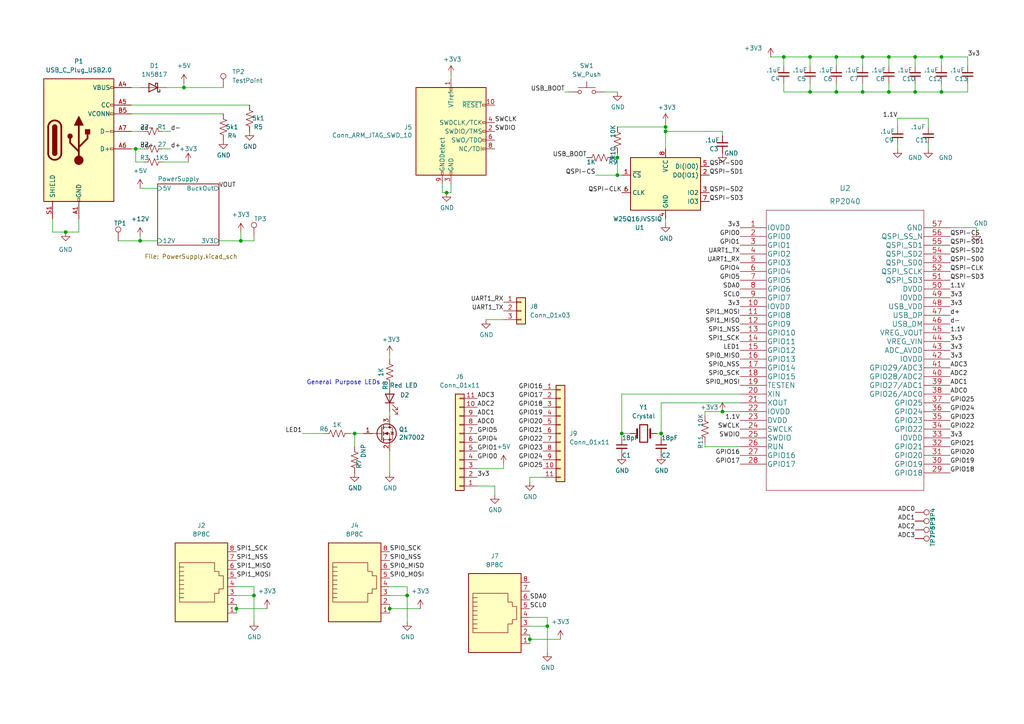
<source format=kicad_sch>
(kicad_sch (version 20211123) (generator eeschema)
  (paper "A4")
  (lib_symbols
    (symbol "Connector:8P8C" (pin_names (offset 1.016))
      (property "Reference" "J" (at -5.08 13.97 0))
      (property "Value" "8P8C" (at 2.54 13.97 0))
      (symbol "8P8C_1_1"
        (pin passive line (at 10.16 -7.62 180) (length 2.54) (name "~") (number "1"))
        (pin passive line (at 10.16 -5.08 180) (length 2.54) (name "~") (number "2"))
        (pin passive line (at 10.16 -2.54 180) (length 2.54) (name "~") (number "3"))
        (pin passive line (at 10.16 0 180) (length 2.54) (name "~") (number "4"))
        (pin passive line (at 10.16 2.54 180) (length 2.54) (name "~") (number "5"))
        (pin passive line (at 10.16 5.08 180) (length 2.54) (name "~") (number "6"))
        (pin passive line (at 10.16 7.62 180) (length 2.54) (name "~") (number "7"))
        (pin passive line (at 10.16 10.16 180) (length 2.54) (name "~") (number "8"))
      )
    )
    (symbol "Connector:Conn_ARM_JTAG_SWD_10" (pin_names (offset 1.016))
      (property "Reference" "J" (at -2.54 16.51 0))
      (property "Value" "Conn_ARM_JTAG_SWD_10" (at -2.54 13.97 0))
      (symbol "Conn_ARM_JTAG_SWD_10_1_1"
        (pin power_in line (at 0 15.24 270) (length 2.54) (name "VTref") (number "1"))
        (pin open_collector line (at 12.7 7.62 180) (length 2.54) (name "~{RESET}") (number "10"))
        (pin bidirectional line (at 12.7 0 180) (length 2.54) (name "SWDIO/TMS") (number "2"))
        (pin power_in line (at 0 -15.24 90) (length 2.54) (name "GND") (number "3"))
        (pin output line (at 12.7 2.54 180) (length 2.54) (name "SWDCLK/TCK") (number "4"))
        (pin passive line (at 0 -15.24 90) (length 2.54) hide (name "GND") (number "5"))
        (pin input line (at 12.7 -2.54 180) (length 2.54) (name "SWO/TDO") (number "6"))
        (pin no_connect line (at -10.16 0 0) (length 2.54) hide (name "KEY") (number "7"))
        (pin output line (at 12.7 -5.08 180) (length 2.54) (name "NC/TDI") (number "8"))
        (pin passive line (at -2.54 -15.24 90) (length 2.54) (name "GNDDetect") (number "9"))
      )
    )
    (symbol "Connector:TestPoint" (pin_numbers hide) (pin_names (offset 0.762) hide)
      (property "Reference" "TP" (at 0 6.858 0))
      (property "Value" "TestPoint" (at 0 5.08 0))
      (symbol "TestPoint_1_1"
        (pin passive line (at 0 0 90) (length 2.54) (name "1") (number "1"))
      )
    )
    (symbol "Connector:USB_C_Plug_USB2.0" (pin_names (offset 1.016))
      (property "Reference" "P" (at -10.16 19.05 0))
      (property "Value" "USB_C_Plug_USB2.0" (at 12.7 19.05 0))
      (symbol "USB_C_Plug_USB2.0_1_1"
        (pin passive line (at 0 -22.86 90) (length 5.08) (name "GND") (number "A1"))
        (pin passive line (at 0 -22.86 90) (length 5.08) hide (name "GND") (number "A12"))
        (pin passive line (at 15.24 15.24 180) (length 5.08) (name "VBUS") (number "A4"))
        (pin bidirectional line (at 15.24 10.16 180) (length 5.08) (name "CC") (number "A5"))
        (pin bidirectional line (at 15.24 -2.54 180) (length 5.08) (name "D+") (number "A6"))
        (pin bidirectional line (at 15.24 2.54 180) (length 5.08) (name "D-") (number "A7"))
        (pin passive line (at 15.24 15.24 180) (length 5.08) hide (name "VBUS") (number "A9"))
        (pin passive line (at 0 -22.86 90) (length 5.08) hide (name "GND") (number "B1"))
        (pin passive line (at 0 -22.86 90) (length 5.08) hide (name "GND") (number "B12"))
        (pin passive line (at 15.24 15.24 180) (length 5.08) hide (name "VBUS") (number "B4"))
        (pin bidirectional line (at 15.24 7.62 180) (length 5.08) (name "VCONN") (number "B5"))
        (pin passive line (at 15.24 15.24 180) (length 5.08) hide (name "VBUS") (number "B9"))
        (pin passive line (at -7.62 -22.86 90) (length 5.08) (name "SHIELD") (number "S1"))
      )
    )
    (symbol "Connector_Generic:Conn_01x03" (pin_names (offset 1.016) hide)
      (property "Reference" "J" (at 0 5.08 0))
      (property "Value" "Conn_01x03" (at 0 -5.08 0))
      (symbol "Conn_01x03_1_1"
        (pin passive line (at -5.08 2.54 0) (length 3.81) (name "Pin_1") (number "1"))
        (pin passive line (at -5.08 0 0) (length 3.81) (name "Pin_2") (number "2"))
        (pin passive line (at -5.08 -2.54 0) (length 3.81) (name "Pin_3") (number "3"))
      )
    )
    (symbol "Connector_Generic:Conn_01x11" (pin_names (offset 1.016) hide)
      (property "Reference" "J" (at 0 15.24 0))
      (property "Value" "Conn_01x11" (at 0 -15.24 0))
      (symbol "Conn_01x11_1_1"
        (pin passive line (at -5.08 12.7 0) (length 3.81) (name "Pin_1") (number "1"))
        (pin passive line (at -5.08 -10.16 0) (length 3.81) (name "Pin_10") (number "10"))
        (pin passive line (at -5.08 -12.7 0) (length 3.81) (name "Pin_11") (number "11"))
        (pin passive line (at -5.08 10.16 0) (length 3.81) (name "Pin_2") (number "2"))
        (pin passive line (at -5.08 7.62 0) (length 3.81) (name "Pin_3") (number "3"))
        (pin passive line (at -5.08 5.08 0) (length 3.81) (name "Pin_4") (number "4"))
        (pin passive line (at -5.08 2.54 0) (length 3.81) (name "Pin_5") (number "5"))
        (pin passive line (at -5.08 0 0) (length 3.81) (name "Pin_6") (number "6"))
        (pin passive line (at -5.08 -2.54 0) (length 3.81) (name "Pin_7") (number "7"))
        (pin passive line (at -5.08 -5.08 0) (length 3.81) (name "Pin_8") (number "8"))
        (pin passive line (at -5.08 -7.62 0) (length 3.81) (name "Pin_9") (number "9"))
      )
    )
    (symbol "Device:C_Small" (pin_numbers hide) (pin_names (offset 0.254) hide)
      (property "Reference" "C" (at 0.254 1.778 0))
      (property "Value" "C_Small" (at 0.254 -2.032 0))
      (symbol "C_Small_1_1"
        (pin passive line (at 0 2.54 270) (length 2.032) (name "~") (number "1"))
        (pin passive line (at 0 -2.54 90) (length 2.032) (name "~") (number "2"))
      )
    )
    (symbol "Device:Crystal" (pin_numbers hide) (pin_names (offset 1.016) hide)
      (property "Reference" "Y" (at 0 3.81 0))
      (property "Value" "Crystal" (at 0 -3.81 0))
      (symbol "Crystal_1_1"
        (pin passive line (at -3.81 0 0) (length 1.27) (name "1") (number "1"))
        (pin passive line (at 3.81 0 180) (length 1.27) (name "2") (number "2"))
      )
    )
    (symbol "Device:LED" (pin_numbers hide) (pin_names (offset 1.016) hide)
      (property "Reference" "D" (at 0 2.54 0))
      (property "Value" "LED" (at 0 -2.54 0))
      (symbol "LED_1_1"
        (pin passive line (at -3.81 0 0) (length 2.54) (name "K") (number "1"))
        (pin passive line (at 3.81 0 180) (length 2.54) (name "A") (number "2"))
      )
    )
    (symbol "Device:R_Small_US" (pin_numbers hide) (pin_names (offset 0.254) hide)
      (property "Reference" "R" (at 0.762 0.508 0))
      (property "Value" "R_Small_US" (at 0.762 -1.016 0))
      (symbol "R_Small_US_1_1"
        (pin passive line (at 0 2.54 270) (length 1.016) (name "~") (number "1"))
        (pin passive line (at 0 -2.54 90) (length 1.016) (name "~") (number "2"))
      )
    )
    (symbol "Device:R_US" (pin_numbers hide) (pin_names (offset 0))
      (property "Reference" "R" (at 2.54 0 90))
      (property "Value" "R_US" (at -2.54 0 90))
      (symbol "R_US_1_1"
        (pin passive line (at 0 3.81 270) (length 1.27) (name "~") (number "1"))
        (pin passive line (at 0 -3.81 90) (length 1.27) (name "~") (number "2"))
      )
    )
    (symbol "Diode:1N5817" (pin_numbers hide) (pin_names (offset 1.016) hide)
      (property "Reference" "D" (at 0 2.54 0))
      (property "Value" "1N5817" (at 0 -2.54 0))
      (symbol "1N5817_1_1"
        (pin passive line (at -3.81 0 0) (length 2.54) (name "K") (number "1"))
        (pin passive line (at 3.81 0 180) (length 2.54) (name "A") (number "2"))
      )
    )
    (symbol "Memory_Flash:W25Q32JVSS"
      (property "Reference" "U?" (at 2.0194 12.7 0))
      (property "Value" "W25Q32JVSS" (at 2.0194 10.16 0))
      (symbol "W25Q32JVSS_1_1"
        (pin input line (at -12.7 2.54 0) (length 2.54) (name "~{CS}") (number "1"))
        (pin bidirectional line (at 12.7 2.54 180) (length 2.54) (name "DO(IO1)") (number "2"))
        (pin bidirectional line (at 12.7 -2.54 180) (length 2.54) (name "IO2") (number "3"))
        (pin power_in line (at 0 -10.16 90) (length 2.54) (name "GND") (number "4"))
        (pin bidirectional line (at 12.7 5.08 180) (length 2.54) (name "DI(IO0)") (number "5"))
        (pin input line (at -12.7 -2.54 0) (length 2.54) (name "CLK") (number "6"))
        (pin bidirectional line (at 12.7 -5.08 180) (length 2.54) (name "IO3") (number "7"))
        (pin power_in line (at 0 10.16 270) (length 2.54) (name "VCC") (number "8"))
      )
    )
    (symbol "RP2040:RP2040" (pin_names (offset 0.254))
      (property "Reference" "U" (at 30.48 10.16 0))
      (property "Value" "RP2040" (at 30.48 7.62 0))
      (symbol "RP2040_1_1"
        (pin power_in line (at 0 0 0) (length 7.62) (name "IOVDD") (number "1"))
        (pin power_in line (at 0 -22.86 0) (length 7.62) (name "IOVDD") (number "10"))
        (pin bidirectional line (at 0 -25.4 0) (length 7.62) (name "GPIO8") (number "11"))
        (pin bidirectional line (at 0 -27.94 0) (length 7.62) (name "GPIO9") (number "12"))
        (pin bidirectional line (at 0 -30.48 0) (length 7.62) (name "GPIO10") (number "13"))
        (pin bidirectional line (at 0 -33.02 0) (length 7.62) (name "GPIO11") (number "14"))
        (pin bidirectional line (at 0 -35.56 0) (length 7.62) (name "GPIO12") (number "15"))
        (pin bidirectional line (at 0 -38.1 0) (length 7.62) (name "GPIO13") (number "16"))
        (pin bidirectional line (at 0 -40.64 0) (length 7.62) (name "GPIO14") (number "17"))
        (pin bidirectional line (at 0 -43.18 0) (length 7.62) (name "GPIO15") (number "18"))
        (pin unspecified line (at 0 -45.72 0) (length 7.62) (name "TESTEN") (number "19"))
        (pin bidirectional line (at 0 -2.54 0) (length 7.62) (name "GPIO0") (number "2"))
        (pin unspecified line (at 0 -48.26 0) (length 7.62) (name "XIN") (number "20"))
        (pin output line (at 0 -50.8 0) (length 7.62) (name "XOUT") (number "21"))
        (pin power_in line (at 0 -53.34 0) (length 7.62) (name "IOVDD") (number "22"))
        (pin power_in line (at 0 -55.88 0) (length 7.62) (name "DVDD") (number "23"))
        (pin unspecified line (at 0 -58.42 0) (length 7.62) (name "SWCLK") (number "24"))
        (pin unspecified line (at 0 -60.96 0) (length 7.62) (name "SWDIO") (number "25"))
        (pin unspecified line (at 0 -63.5 0) (length 7.62) (name "RUN") (number "26"))
        (pin bidirectional line (at 0 -66.04 0) (length 7.62) (name "GPIO16") (number "27"))
        (pin bidirectional line (at 0 -68.58 0) (length 7.62) (name "GPIO17") (number "28"))
        (pin bidirectional line (at 60.96 -71.12 180) (length 7.62) (name "GPIO18") (number "29"))
        (pin bidirectional line (at 0 -5.08 0) (length 7.62) (name "GPIO1") (number "3"))
        (pin bidirectional line (at 60.96 -68.58 180) (length 7.62) (name "GPIO19") (number "30"))
        (pin bidirectional line (at 60.96 -66.04 180) (length 7.62) (name "GPIO20") (number "31"))
        (pin bidirectional line (at 60.96 -63.5 180) (length 7.62) (name "GPIO21") (number "32"))
        (pin power_in line (at 60.96 -60.96 180) (length 7.62) (name "IOVDD") (number "33"))
        (pin bidirectional line (at 60.96 -58.42 180) (length 7.62) (name "GPIO22") (number "34"))
        (pin bidirectional line (at 60.96 -55.88 180) (length 7.62) (name "GPIO23") (number "35"))
        (pin bidirectional line (at 60.96 -53.34 180) (length 7.62) (name "GPIO24") (number "36"))
        (pin bidirectional line (at 60.96 -50.8 180) (length 7.62) (name "GPIO25") (number "37"))
        (pin bidirectional line (at 60.96 -48.26 180) (length 7.62) (name "GPIO26/ADC0") (number "38"))
        (pin bidirectional line (at 60.96 -45.72 180) (length 7.62) (name "GPIO27/ADC1") (number "39"))
        (pin bidirectional line (at 0 -7.62 0) (length 7.62) (name "GPIO2") (number "4"))
        (pin bidirectional line (at 60.96 -43.18 180) (length 7.62) (name "GPIO28/ADC2") (number "40"))
        (pin bidirectional line (at 60.96 -40.64 180) (length 7.62) (name "GPIO29/ADC3") (number "41"))
        (pin power_in line (at 60.96 -38.1 180) (length 7.62) (name "IOVDD") (number "42"))
        (pin power_in line (at 60.96 -35.56 180) (length 7.62) (name "ADC_AVDD") (number "43"))
        (pin unspecified line (at 60.96 -33.02 180) (length 7.62) (name "VREG_VIN") (number "44"))
        (pin output line (at 60.96 -30.48 180) (length 7.62) (name "VREG_VOUT") (number "45"))
        (pin unspecified line (at 60.96 -27.94 180) (length 7.62) (name "USB_DM") (number "46"))
        (pin unspecified line (at 60.96 -25.4 180) (length 7.62) (name "USB_DP") (number "47"))
        (pin power_in line (at 60.96 -22.86 180) (length 7.62) (name "USB_VDD") (number "48"))
        (pin power_in line (at 60.96 -20.32 180) (length 7.62) (name "IOVDD") (number "49"))
        (pin bidirectional line (at 0 -10.16 0) (length 7.62) (name "GPIO3") (number "5"))
        (pin power_in line (at 60.96 -17.78 180) (length 7.62) (name "DVDD") (number "50"))
        (pin bidirectional line (at 60.96 -15.24 180) (length 7.62) (name "QSPI_SD3") (number "51"))
        (pin unspecified line (at 60.96 -12.7 180) (length 7.62) (name "QSPI_SCLK") (number "52"))
        (pin bidirectional line (at 60.96 -10.16 180) (length 7.62) (name "QSPI_SD0") (number "53"))
        (pin bidirectional line (at 60.96 -7.62 180) (length 7.62) (name "QSPI_SD2") (number "54"))
        (pin bidirectional line (at 60.96 -5.08 180) (length 7.62) (name "QSPI_SD1") (number "55"))
        (pin unspecified line (at 60.96 -2.54 180) (length 7.62) (name "QSPI_SS_N") (number "56"))
        (pin power_in line (at 60.96 0 180) (length 7.62) (name "GND") (number "57"))
        (pin bidirectional line (at 0 -12.7 0) (length 7.62) (name "GPIO4") (number "6"))
        (pin bidirectional line (at 0 -15.24 0) (length 7.62) (name "GPIO5") (number "7"))
        (pin bidirectional line (at 0 -17.78 0) (length 7.62) (name "GPIO6") (number "8"))
        (pin bidirectional line (at 0 -20.32 0) (length 7.62) (name "GPIO7") (number "9"))
      )
    )
    (symbol "Switch:SW_Push" (pin_numbers hide) (pin_names (offset 1.016) hide)
      (property "Reference" "SW" (at 1.27 2.54 0))
      (property "Value" "SW_Push" (at 0 -1.524 0))
      (symbol "SW_Push_0_1"
        (pin passive line (at -5.08 0 0) (length 2.54) (name "1") (number "1"))
        (pin passive line (at 5.08 0 180) (length 2.54) (name "2") (number "2"))
      )
    )
    (symbol "Transistor_FET:2N7002" (pin_names hide)
      (property "Reference" "Q" (at 5.08 1.905 0))
      (property "Value" "2N7002" (at 5.08 0 0))
      (symbol "2N7002_1_1"
        (pin input line (at -5.08 0 0) (length 2.54) (name "G") (number "1"))
        (pin passive line (at 2.54 -5.08 90) (length 2.54) (name "S") (number "2"))
        (pin passive line (at 2.54 5.08 270) (length 2.54) (name "D") (number "3"))
      )
    )
    (symbol "power:+12V" (power) (pin_names (offset 0))
      (property "Value" "+12V" (at 0 3.556 0))
      (symbol "+12V_1_1"
        (pin power_in line (at 0 0 90) (length 0) hide (name "+12V") (number "1"))
      )
    )
    (symbol "power:+3V3" (power) (pin_names (offset 0))
      (property "Value" "+3V3" (at 0 3.556 0))
      (symbol "+3V3_1_1"
        (pin power_in line (at 0 0 90) (length 0) hide (name "+3V3") (number "1"))
      )
    )
    (symbol "power:+5V" (power) (pin_names (offset 0))
      (property "Value" "+5V" (at 0 3.556 0))
      (symbol "+5V_1_1"
        (pin power_in line (at 0 0 90) (length 0) hide (name "+5V") (number "1"))
      )
    )
    (symbol "power:GND" (power) (pin_names (offset 0))
      (property "Value" "GND" (at 0 -3.81 0))
      (symbol "GND_1_1"
        (pin power_in line (at 0 0 270) (length 0) hide (name "GND") (number "1"))
      )
    )
  )
  (junction (at 193.04 36.83))
  (junction (at 73.66 172.72))
  (junction (at 19.05 67.31))
  (junction (at 179.07 50.8))
  (junction (at 40.64 69.85))
  (junction (at 118.11 172.72))
  (junction (at 53.34 25.4))
  (junction (at 209.55 119.38))
  (junction (at 113.03 176.53))
  (junction (at 242.57 26.67))
  (junction (at 250.19 26.67))
  (junction (at 39.37 43.18))
  (junction (at 193.04 38.1))
  (junction (at 234.95 26.67))
  (junction (at 69.85 69.85))
  (junction (at 68.58 176.53))
  (junction (at 180.34 125.73))
  (junction (at 129.54 55.88))
  (junction (at 158.75 181.61))
  (junction (at 265.43 16.51))
  (junction (at 227.33 16.51))
  (junction (at 153.67 185.42))
  (junction (at 265.43 26.67))
  (junction (at 273.05 16.51))
  (junction (at 273.05 26.67))
  (junction (at 234.95 16.51))
  (junction (at 242.57 16.51))
  (junction (at 179.07 45.72))
  (junction (at 191.77 125.73))
  (junction (at 102.87 125.73))
  (junction (at 250.19 16.51))
  (junction (at 257.81 26.67))
  (junction (at 257.81 16.51))
  (wire (pts (xy 280.67 26.67) (xy 273.05 26.67)))
  (wire (pts (xy 49.53 38.1) (xy 46.99 38.1)))
  (wire (pts (xy 53.34 24.13) (xy 53.34 25.4)))
  (wire (pts (xy 93.98 125.73) (xy 87.63 125.73)))
  (wire (pts (xy 40.64 69.85) (xy 40.64 68.58)))
  (wire (pts (xy 204.47 119.38) (xy 204.47 120.65)))
  (wire (pts (xy 118.11 170.18) (xy 118.11 172.72)))
  (wire (pts (xy 153.67 138.43) (xy 153.67 139.7)))
  (wire (pts (xy 39.37 46.99) (xy 39.37 43.18)))
  (wire (pts (xy 242.57 16.51) (xy 250.19 16.51)))
  (wire (pts (xy 214.63 129.54) (xy 204.47 129.54)))
  (wire (pts (xy 177.8 45.72) (xy 179.07 45.72)))
  (wire (pts (xy 257.81 16.51) (xy 257.81 19.05)))
  (wire (pts (xy 153.67 185.42) (xy 153.67 186.69)))
  (wire (pts (xy 242.57 26.67) (xy 234.95 26.67)))
  (wire (pts (xy 265.43 26.67) (xy 273.05 26.67)))
  (wire (pts (xy 68.58 176.53) (xy 68.58 175.26)))
  (wire (pts (xy 73.66 69.85) (xy 69.85 69.85)))
  (wire (pts (xy 172.72 50.8) (xy 179.07 50.8)))
  (wire (pts (xy 283.21 66.04) (xy 275.59 66.04)))
  (wire (pts (xy 191.77 116.84) (xy 214.63 116.84)))
  (wire (pts (xy 68.58 170.18) (xy 73.66 170.18)))
  (wire (pts (xy 193.04 36.83) (xy 193.04 38.1)))
  (wire (pts (xy 143.51 140.97) (xy 138.43 140.97)))
  (wire (pts (xy 146.05 135.89) (xy 138.43 135.89)))
  (wire (pts (xy 234.95 26.67) (xy 227.33 26.67)))
  (wire (pts (xy 41.91 46.99) (xy 39.37 46.99)))
  (wire (pts (xy 15.24 63.5) (xy 15.24 67.31)))
  (wire (pts (xy 280.67 24.13) (xy 280.67 26.67)))
  (wire (pts (xy 214.63 114.3) (xy 180.34 114.3)))
  (wire (pts (xy 162.56 185.42) (xy 153.67 185.42)))
  (wire (pts (xy 234.95 16.51) (xy 234.95 19.05)))
  (wire (pts (xy 175.26 26.67) (xy 179.07 26.67)))
  (wire (pts (xy 73.66 172.72) (xy 73.66 180.34)))
  (wire (pts (xy 40.64 54.61) (xy 45.72 54.61)))
  (wire (pts (xy 38.1 33.02) (xy 64.77 33.02)))
  (wire (pts (xy 257.81 26.67) (xy 250.19 26.67)))
  (wire (pts (xy 180.34 114.3) (xy 180.34 125.73)))
  (wire (pts (xy 193.04 35.56) (xy 193.04 36.83)))
  (wire (pts (xy 113.03 170.18) (xy 118.11 170.18)))
  (wire (pts (xy 214.63 119.38) (xy 209.55 119.38)))
  (wire (pts (xy 113.03 176.53) (xy 113.03 177.8)))
  (wire (pts (xy 265.43 16.51) (xy 265.43 19.05)))
  (wire (pts (xy 180.34 125.73) (xy 180.34 127)))
  (wire (pts (xy 179.07 50.8) (xy 179.07 45.72)))
  (wire (pts (xy 130.81 21.59) (xy 130.81 22.86)))
  (wire (pts (xy 34.29 69.85) (xy 40.64 69.85)))
  (wire (pts (xy 193.04 38.1) (xy 193.04 43.18)))
  (wire (pts (xy 146.05 134.62) (xy 146.05 135.89)))
  (wire (pts (xy 257.81 24.13) (xy 257.81 26.67)))
  (wire (pts (xy 250.19 16.51) (xy 257.81 16.51)))
  (wire (pts (xy 242.57 16.51) (xy 242.57 19.05)))
  (wire (pts (xy 68.58 176.53) (xy 68.58 177.8)))
  (wire (pts (xy 140.97 92.71) (xy 146.05 92.71)))
  (wire (pts (xy 234.95 24.13) (xy 234.95 26.67)))
  (wire (pts (xy 113.03 137.16) (xy 113.03 130.81)))
  (wire (pts (xy 121.92 176.53) (xy 113.03 176.53)))
  (wire (pts (xy 209.55 38.1) (xy 209.55 39.37)))
  (wire (pts (xy 69.85 67.31) (xy 69.85 69.85)))
  (wire (pts (xy 143.51 143.51) (xy 143.51 140.97)))
  (wire (pts (xy 38.1 43.18) (xy 39.37 43.18)))
  (wire (pts (xy 101.6 125.73) (xy 102.87 125.73)))
  (wire (pts (xy 113.03 102.87) (xy 113.03 104.14)))
  (wire (pts (xy 260.35 34.29) (xy 269.24 34.29)))
  (wire (pts (xy 158.75 181.61) (xy 158.75 189.23)))
  (wire (pts (xy 46.99 46.99) (xy 54.61 46.99)))
  (wire (pts (xy 191.77 116.84) (xy 191.77 125.73)))
  (wire (pts (xy 163.83 26.67) (xy 165.1 26.67)))
  (wire (pts (xy 118.11 172.72) (xy 118.11 180.34)))
  (wire (pts (xy 209.55 119.38) (xy 204.47 119.38)))
  (wire (pts (xy 265.43 24.13) (xy 265.43 26.67)))
  (wire (pts (xy 265.43 26.67) (xy 257.81 26.67)))
  (wire (pts (xy 242.57 24.13) (xy 242.57 26.67)))
  (wire (pts (xy 283.21 67.31) (xy 283.21 66.04)))
  (wire (pts (xy 182.88 125.73) (xy 180.34 125.73)))
  (wire (pts (xy 257.81 16.51) (xy 265.43 16.51)))
  (wire (pts (xy 102.87 125.73) (xy 105.41 125.73)))
  (wire (pts (xy 273.05 24.13) (xy 273.05 26.67)))
  (wire (pts (xy 269.24 41.91) (xy 269.24 43.18)))
  (wire (pts (xy 102.87 129.54) (xy 102.87 125.73)))
  (wire (pts (xy 113.03 176.53) (xy 113.03 175.26)))
  (wire (pts (xy 158.75 179.07) (xy 158.75 181.61)))
  (wire (pts (xy 22.86 67.31) (xy 19.05 67.31)))
  (wire (pts (xy 45.72 69.85) (xy 40.64 69.85)))
  (wire (pts (xy 72.39 30.48) (xy 38.1 30.48)))
  (wire (pts (xy 69.85 69.85) (xy 63.5 69.85)))
  (wire (pts (xy 260.35 41.91) (xy 260.35 43.18)))
  (wire (pts (xy 227.33 26.67) (xy 227.33 24.13)))
  (wire (pts (xy 223.52 16.51) (xy 227.33 16.51)))
  (wire (pts (xy 53.34 25.4) (xy 64.77 25.4)))
  (wire (pts (xy 153.67 179.07) (xy 158.75 179.07)))
  (wire (pts (xy 157.48 138.43) (xy 153.67 138.43)))
  (wire (pts (xy 260.35 34.29) (xy 260.35 36.83)))
  (wire (pts (xy 269.24 34.29) (xy 269.24 36.83)))
  (wire (pts (xy 179.07 50.8) (xy 180.34 50.8)))
  (wire (pts (xy 128.27 55.88) (xy 129.54 55.88)))
  (wire (pts (xy 158.75 181.61) (xy 153.67 181.61)))
  (wire (pts (xy 179.07 36.83) (xy 193.04 36.83)))
  (wire (pts (xy 39.37 43.18) (xy 41.91 43.18)))
  (wire (pts (xy 153.67 185.42) (xy 153.67 184.15)))
  (wire (pts (xy 48.26 25.4) (xy 53.34 25.4)))
  (wire (pts (xy 113.03 119.38) (xy 113.03 120.65)))
  (wire (pts (xy 118.11 172.72) (xy 113.03 172.72)))
  (wire (pts (xy 193.04 63.5) (xy 193.04 64.77)))
  (wire (pts (xy 49.53 43.18) (xy 46.99 43.18)))
  (wire (pts (xy 191.77 125.73) (xy 190.5 125.73)))
  (wire (pts (xy 250.19 26.67) (xy 242.57 26.67)))
  (wire (pts (xy 193.04 38.1) (xy 209.55 38.1)))
  (wire (pts (xy 22.86 63.5) (xy 22.86 67.31)))
  (wire (pts (xy 38.1 25.4) (xy 40.64 25.4)))
  (wire (pts (xy 128.27 53.34) (xy 128.27 55.88)))
  (wire (pts (xy 38.1 38.1) (xy 41.91 38.1)))
  (wire (pts (xy 191.77 127) (xy 191.77 125.73)))
  (wire (pts (xy 73.66 172.72) (xy 68.58 172.72)))
  (wire (pts (xy 250.19 16.51) (xy 250.19 19.05)))
  (wire (pts (xy 250.19 24.13) (xy 250.19 26.67)))
  (wire (pts (xy 204.47 129.54) (xy 204.47 128.27)))
  (wire (pts (xy 130.81 53.34) (xy 130.81 55.88)))
  (wire (pts (xy 15.24 67.31) (xy 19.05 67.31)))
  (wire (pts (xy 227.33 19.05) (xy 227.33 16.51)))
  (wire (pts (xy 73.66 68.58) (xy 73.66 69.85)))
  (wire (pts (xy 73.66 170.18) (xy 73.66 172.72)))
  (wire (pts (xy 280.67 16.51) (xy 273.05 16.51)))
  (wire (pts (xy 234.95 16.51) (xy 242.57 16.51)))
  (wire (pts (xy 280.67 19.05) (xy 280.67 16.51)))
  (wire (pts (xy 130.81 55.88) (xy 129.54 55.88)))
  (wire (pts (xy 227.33 16.51) (xy 234.95 16.51)))
  (wire (pts (xy 273.05 19.05) (xy 273.05 16.51)))
  (wire (pts (xy 179.07 44.45) (xy 179.07 45.72)))
  (wire (pts (xy 77.47 176.53) (xy 68.58 176.53)))
  (wire (pts (xy 273.05 16.51) (xy 265.43 16.51)))
  (text "General Purpose LEDs" (at 88.9 111.76 0) (effects (font (size 1.27 1.27)) (justify left bottom)))
  (label "GPIO22" (at 275.59 124.46 0))
  (label "UART1_RX" (at 146.05 87.63 180))
  (label "QSPI-CS" (at 275.59 68.58 0))
  (label "SWDIO" (at 214.63 127 180))
  (label "SPI1_SCK" (at 68.58 160.02 0))
  (label "UART1_RX" (at 214.63 76.2 180))
  (label "GPIO4" (at 214.63 78.74 180))
  (label "UART1_TX" (at 146.05 90.17 180))
  (label "SPI0_MOSI" (at 113.03 167.64 0))
  (label "QSPI-SD1" (at 205.74 50.8 0))
  (label "SWCLK" (at 214.63 124.46 180))
  (label "USB_BOOT" (at 170.18 45.72 180))
  (label "SPI1_NSS" (at 68.58 162.56 0))
  (label "GPIO0" (at 138.43 133.35 0))
  (label "GPIO24" (at 157.48 133.35 180))
  (label "SPI1_NSS" (at 214.63 96.52 180))
  (label "GPIO1" (at 138.43 130.81 0))
  (label "GPIO5" (at 138.43 125.73 0))
  (label "LED1" (at 87.63 125.73 180))
  (label "SPI0_MOSI" (at 214.63 111.76 180))
  (label "SPI0_MISO" (at 214.63 104.14 180))
  (label "GPIO18" (at 157.48 118.11 180))
  (label "ADC0" (at 275.59 114.3 0))
  (label "SPI1_MOSI" (at 214.63 91.44 180))
  (label "d+" (at 49.53 43.18 0))
  (label "ADC2" (at 138.43 118.11 0))
  (label "GPIO20" (at 157.48 123.19 180))
  (label "3v3" (at 138.43 138.43 0))
  (label "GPIO22" (at 157.48 128.27 180))
  (label "LED1" (at 214.63 101.6 180))
  (label "SWCLK" (at 143.51 35.56 0))
  (label "GPIO17" (at 157.48 115.57 180))
  (label "GPIO16" (at 214.63 132.08 180))
  (label "USB_BOOT" (at 163.83 26.67 180))
  (label "GPIO5" (at 214.63 81.28 180))
  (label "ADC3" (at 265.43 156.21 180))
  (label "GPIO19" (at 157.48 120.65 180))
  (label "ADC1" (at 265.43 151.13 180))
  (label "1.1V" (at 275.59 83.82 0))
  (label "SDA0" (at 214.63 83.82 180))
  (label "3v3" (at 275.59 104.14 0))
  (label "GPIO25" (at 275.59 116.84 0))
  (label "QSPI-SD3" (at 205.74 58.42 0))
  (label "QSPI-SD0" (at 205.74 48.26 0))
  (label "UART1_TX" (at 214.63 73.66 180))
  (label "RX" (at 389.89 29.21 0))
  (label "3v3" (at 280.67 16.51 0))
  (label "GPIO21" (at 275.59 129.54 0))
  (label "GPIO18" (at 275.59 137.16 0))
  (label "GPIO23" (at 157.48 130.81 180))
  (label "SPI1_MISO" (at 214.63 93.98 180))
  (label "GPIO4" (at 138.43 128.27 0))
  (label "d-" (at 275.59 93.98 0))
  (label "SPI1_MISO" (at 68.58 165.1 0))
  (label "1.1V" (at 275.59 96.52 0))
  (label "dd-" (at 40.64 38.1 0))
  (label "SDA0" (at 153.67 173.99 0))
  (label "GPIO16" (at 157.48 113.03 180))
  (label "GPIO21" (at 157.48 125.73 180))
  (label "QSPI-SD0" (at 275.59 76.2 0))
  (label "QSPI-CLK" (at 275.59 78.74 0))
  (label "SWDIO" (at 143.51 38.1 0))
  (label "QSPI-CLK" (at 180.34 55.88 180))
  (label "SCL0" (at 214.63 86.36 180))
  (label "3v3" (at 214.63 88.9 180))
  (label "ADC0" (at 265.43 148.59 180))
  (label "GPIO23" (at 275.59 121.92 0))
  (label "3v3" (at 275.59 88.9 0))
  (label "SPI0_NSS" (at 214.63 106.68 180))
  (label "3v3" (at 275.59 101.6 0))
  (label "3v3" (at 275.59 86.36 0))
  (label "1.1V" (at 260.35 34.29 180))
  (label "GPIO24" (at 275.59 119.38 0))
  (label "3v3" (at 275.59 127 0))
  (label "ADC0" (at 138.43 123.19 0))
  (label "QSPI-SD2" (at 205.74 55.88 0))
  (label "3v3" (at 214.63 66.04 180))
  (label "GPIO19" (at 275.59 134.62 0))
  (label "SPI0_SCK" (at 214.63 109.22 180))
  (label "QSPI-CS" (at 172.72 50.8 180))
  (label "TX" (at 389.89 26.67 0))
  (label "SPI0_SCK" (at 113.03 160.02 0))
  (label "GPIO25" (at 157.48 135.89 180))
  (label "dd+" (at 40.64 43.18 0))
  (label "ADC1" (at 138.43 120.65 0))
  (label "ADC2" (at 265.43 153.67 180))
  (label "ADC2" (at 275.59 109.22 0))
  (label "ADC3" (at 275.59 106.68 0))
  (label "d+" (at 275.59 91.44 0))
  (label "QSPI-SD2" (at 275.59 73.66 0))
  (label "GPIO1" (at 214.63 71.12 180))
  (label "ADC1" (at 275.59 111.76 0))
  (label "SCL0" (at 153.67 176.53 0))
  (label "ADC3" (at 138.43 115.57 0))
  (label "GPIO0" (at 214.63 68.58 180))
  (label "SPI1_SCK" (at 214.63 99.06 180))
  (label "1.1V" (at 214.63 121.92 180))
  (label "3v3" (at 275.59 99.06 0))
  (label "SPI0_NSS" (at 113.03 162.56 0))
  (label "QSPI-SD3" (at 275.59 81.28 0))
  (label "GPIO20" (at 275.59 132.08 0))
  (label "SPI0_MISO" (at 113.03 165.1 0))
  (label "SPI1_MOSI" (at 68.58 167.64 0))
  (label "d-" (at 49.53 38.1 0))
  (label "QSPI-SD1" (at 275.59 71.12 0))
  (label "GPIO17" (at 214.63 134.62 180))
  (label "VOUT" (at 63.5 54.61 0))
  (symbol (lib_id "Device:LED") (at 113.03 115.57 90) (unit 1)
    (property "Reference" "D2" (at 116.0272 114.5794 90) (effects (justify right)))
    (property "Value" "Red LED" (at 113.03 111.76 90) (effects (justify right)))
    (property "Footprint" "LED_SMD:LED_0603_1608Metric" (effects hide))
    (property "PN" "TJ-S1608SW6TGLC2R-A5" (effects hide))
  )
  (symbol (lib_id "Connector:8P8C") (at 143.51 179.07 0) (unit 1)
    (property "Reference" "J7" (at 143.51 161.29 0))
    (property "Value" "8P8C" (at 143.51 163.83 0))
    (property "Footprint" "Connector_RJ:RJ45_OST_PJ012-8P8CX_Vertical" (effects hide))
  )
  (symbol (lib_id "power:GND") (at 153.67 139.7 0) (unit 1)
    (property "Reference" "#PWR0116" (effects hide))
    (property "Value" "GND" (at 153.797 144.0942 0))
  )
  (symbol (lib_id "Connector:TestPoint") (at 265.43 156.21 270) (unit 1)
    (property "Reference" "TP7" (at 270.51 154.94 0) (effects (justify left)))
    (property "Value" "TestPoint" (effects hide))
    (property "Footprint" "TestPoint:TestPoint_Pad_D1.5mm" (effects hide))
  )
  (symbol (lib_id "Device:C_Small") (at 265.43 21.59 180) (unit 1)
    (property "Reference" "C10" (at 261.62 22.86 0) (effects (justify right)))
    (property "Value" ".1uF" (at 260.35 20.32 0) (effects (justify right)))
    (property "Footprint" "Capacitor_SMD:C_0402_1005Metric_Pad0.74x0.62mm_HandSolder" (effects hide))
  )
  (symbol (lib_id "power:GND") (at 260.35 43.18 0) (unit 1)
    (property "Reference" "#PWR0132" (effects hide))
    (property "Value" "GND" (at 265.43 45.72 0))
  )
  (symbol (lib_id "Connector:TestPoint") (at 64.77 25.4 0) (unit 1)
    (property "Reference" "TP2" (at 67.31 20.8279 0) (effects (justify left)))
    (property "Value" "TestPoint" (at 67.31 23.3679 0) (effects (justify left)))
    (property "Footprint" "TestPoint:TestPoint_Pad_D1.5mm" (effects hide))
  )
  (symbol (lib_id "power:GND") (at 283.21 67.31 0) (unit 1)
    (property "Reference" "#PWR0137" (effects hide))
    (property "Value" "GND" (at 284.48 64.77 0))
  )
  (symbol (lib_id "Device:C_Small") (at 257.81 21.59 180) (unit 1)
    (property "Reference" "C8" (at 254 22.86 0) (effects (justify right)))
    (property "Value" ".1uF" (at 252.73 20.32 0) (effects (justify right)))
    (property "Footprint" "Capacitor_SMD:C_0402_1005Metric_Pad0.74x0.62mm_HandSolder" (effects hide))
  )
  (symbol (lib_id "power:+3V3") (at 209.55 119.38 0) (unit 1)
    (property "Reference" "#PWR0126" (effects hide))
    (property "Value" "+3V3" (at 205.74 118.11 0))
  )
  (symbol (lib_id "power:GND") (at 73.66 180.34 0) (unit 1)
    (property "Reference" "#PWR0118" (effects hide))
    (property "Value" "GND" (at 73.787 184.7342 0))
  )
  (symbol (lib_id "power:+3V3") (at 113.03 102.87 0) (unit 1)
    (property "Reference" "#PWR0115" (effects hide))
    (property "Value" "+3V3" (at 113.411 98.4758 0))
  )
  (symbol (lib_id "Connector:TestPoint") (at 73.66 68.58 0) (unit 1)
    (property "Reference" "TP3" (at 73.66 63.5 0) (effects (justify left)))
    (property "Value" "TestPoint" (effects hide))
    (property "Footprint" "TestPoint:TestPoint_Pad_D1.5mm" (effects hide))
  )
  (symbol (lib_id "Device:R_US") (at 173.99 45.72 90) (unit 1)
    (property "Reference" "R9" (at 177.8 46.99 90))
    (property "Value" "1K" (at 171.45 46.99 90))
    (property "Footprint" "Resistor_SMD:R_0402_1005Metric_Pad0.72x0.64mm_HandSolder" (effects hide))
    (property "Datasheet" "https://datasheet.lcsc.com/szlcsc/YAGEO-RC0402FR-071KL_C106235.pdf" (effects hide))
    (property "PN" "RC0402FR-071KL" (effects hide))
  )
  (symbol (lib_id "Device:R_US") (at 204.47 124.46 0) (unit 1)
    (property "Reference" "R11" (at 203.2 128.27 90))
    (property "Value" "10K" (at 203.2 121.92 90))
    (property "Footprint" "Resistor_SMD:R_0402_1005Metric_Pad0.72x0.64mm_HandSolder" (effects hide))
    (property "Datasheet" "https://datasheet.lcsc.com/szlcsc/YAGEO-RC0402FR-071KL_C106235.pdf" (effects hide))
    (property "PN" "RC0402FR-071KL" (effects hide))
  )
  (symbol (lib_id "Device:C_Small") (at 234.95 21.59 180) (unit 1)
    (property "Reference" "C5" (at 231.14 22.86 0) (effects (justify right)))
    (property "Value" ".1uF" (at 229.87 20.32 0) (effects (justify right)))
    (property "Footprint" "Capacitor_SMD:C_0402_1005Metric_Pad0.74x0.62mm_HandSolder" (effects hide))
  )
  (symbol (lib_id "Device:C_Small") (at 280.67 21.59 180) (unit 1)
    (property "Reference" "C13" (at 276.86 22.86 0) (effects (justify right)))
    (property "Value" ".1uF" (at 275.59 20.32 0) (effects (justify right)))
    (property "Footprint" "Capacitor_SMD:C_0402_1005Metric_Pad0.74x0.62mm_HandSolder" (effects hide))
  )
  (symbol (lib_id "Device:R_US") (at 179.07 40.64 0) (unit 1)
    (property "Reference" "R10" (at 177.8 44.45 90))
    (property "Value" "10K" (at 177.8 38.1 90))
    (property "Footprint" "Resistor_SMD:R_0402_1005Metric_Pad0.72x0.64mm_HandSolder" (effects hide))
    (property "Datasheet" "https://datasheet.lcsc.com/szlcsc/YAGEO-RC0402FR-071KL_C106235.pdf" (effects hide))
    (property "PN" "RC0402FR-071KL" (effects hide))
  )
  (symbol (lib_id "RP2040:RP2040") (at 214.63 66.04 0) (unit 1)
    (property "Reference" "U2" (at 245.11 54.61 0) (effects (font (size 1.524 1.524))))
    (property "Value" "RP2040" (at 245.11 58.42 0) (effects (font (size 1.524 1.524))))
    (property "Footprint" "Package_DFN_QFN:QFN-56-1EP_8x8mm_P0.5mm_EP4.3x4.3mm" (effects hide))
  )
  (symbol (lib_id "power:+5V") (at 53.34 24.13 0) (unit 1)
    (property "Reference" "#PWR0105" (effects hide))
    (property "Value" "+5V" (at 53.34 19.05 0))
  )
  (symbol (lib_id "power:GND") (at 19.05 67.31 0) (unit 1)
    (property "Reference" "#PWR0110" (effects hide))
    (property "Value" "GND" (at 19.05 72.39 0))
  )
  (symbol (lib_id "power:GND") (at 269.24 43.18 0) (unit 1)
    (property "Reference" "#PWR0133" (effects hide))
    (property "Value" "GND" (at 274.32 45.72 0))
  )
  (symbol (lib_id "Device:R_US") (at 102.87 133.35 0) (unit 1)
    (property "Reference" "R7" (at 104.14 134.62 90))
    (property "Value" "DNP" (at 105.41 130.81 90))
    (property "Footprint" "Resistor_SMD:R_0402_1005Metric_Pad0.72x0.64mm_HandSolder" (effects hide))
  )
  (symbol (lib_id "power:GND") (at 102.87 137.16 0) (unit 1)
    (property "Reference" "#PWR0117" (effects hide))
    (property "Value" "GND" (at 102.997 141.5542 0))
  )
  (symbol (lib_id "Connector:TestPoint") (at 265.43 148.59 270) (unit 1)
    (property "Reference" "TP4" (at 270.51 147.32 0) (effects (justify left)))
    (property "Value" "TestPoint" (effects hide))
    (property "Footprint" "TestPoint:TestPoint_Pad_D1.5mm" (effects hide))
  )
  (symbol (lib_id "Device:C_Small") (at 209.55 41.91 180) (unit 1)
    (property "Reference" "C3" (at 205.74 43.18 0) (effects (justify right)))
    (property "Value" ".1uF" (at 204.47 40.64 0) (effects (justify right)))
    (property "Footprint" "Capacitor_SMD:C_0402_1005Metric_Pad0.74x0.62mm_HandSolder" (effects hide))
  )
  (symbol (lib_id "Device:C_Small") (at 269.24 39.37 180) (unit 1)
    (property "Reference" "C11" (at 265.43 40.64 0) (effects (justify right)))
    (property "Value" ".1uF" (at 264.16 36.83 0) (effects (justify right)))
    (property "Footprint" "Capacitor_SMD:C_0402_1005Metric_Pad0.74x0.62mm_HandSolder" (effects hide))
  )
  (symbol (lib_id "Switch:SW_Push") (at 170.18 26.67 0) (unit 1)
    (property "Reference" "SW1" (at 170.18 19.05 0))
    (property "Value" "SW_Push" (at 170.18 21.59 0))
    (property "Footprint" "Button_Switch_SMD:SW_Push_1P1T_NO_Vertical_Wuerth_434133025816" (effects hide))
  )
  (symbol (lib_id "power:+3V3") (at 121.92 176.53 0) (unit 1)
    (property "Reference" "#PWR0120" (effects hide))
    (property "Value" "+3V3" (at 121.92 171.45 0))
  )
  (symbol (lib_id "Device:R_Small_US") (at 44.45 46.99 270) (unit 1)
    (property "Reference" "R3" (at 41.91 45.72 90))
    (property "Value" "1K5" (at 46.99 45.72 90))
    (property "Footprint" "Resistor_SMD:R_0402_1005Metric_Pad0.72x0.64mm_HandSolder" (effects hide))
  )
  (symbol (lib_id "power:GND") (at 118.11 180.34 0) (unit 1)
    (property "Reference" "#PWR0121" (effects hide))
    (property "Value" "GND" (at 118.237 184.7342 0))
  )
  (symbol (lib_id "Connector:8P8C") (at 102.87 170.18 0) (unit 1)
    (property "Reference" "J4" (at 102.87 152.4 0))
    (property "Value" "8P8C" (at 102.87 154.94 0))
    (property "Footprint" "Connector_RJ:RJ45_OST_PJ012-8P8CX_Vertical" (effects hide))
  )
  (symbol (lib_id "power:+3V3") (at 77.47 176.53 0) (unit 1)
    (property "Reference" "#PWR0119" (effects hide))
    (property "Value" "+3V3" (at 77.47 171.45 0))
  )
  (symbol (lib_id "Connector_Generic:Conn_01x11") (at 133.35 128.27 180) (unit 1)
    (property "Reference" "J6" (at 133.35 109.22 0))
    (property "Value" "Conn_01x11" (at 133.35 111.76 0))
    (property "Footprint" "Connector_PinHeader_2.54mm:PinHeader_1x11_P2.54mm_Vertical_SMD_Pin1Left" (effects hide))
  )
  (symbol (lib_id "Device:R_US") (at 97.79 125.73 270) (unit 1)
    (property "Reference" "R6" (at 93.98 124.46 90))
    (property "Value" "1K" (at 97.79 123.19 90))
    (property "Footprint" "Resistor_SMD:R_0402_1005Metric_Pad0.72x0.64mm_HandSolder" (effects hide))
    (property "Datasheet" "https://datasheet.lcsc.com/szlcsc/YAGEO-RC0402FR-071KL_C106235.pdf" (effects hide))
    (property "PN" "RC0402FR-071KL" (effects hide))
  )
  (symbol (lib_id "Connector:TestPoint") (at 265.43 153.67 270) (unit 1)
    (property "Reference" "TP6" (at 270.51 152.4 0) (effects (justify left)))
    (property "Value" "TestPoint" (effects hide))
    (property "Footprint" "TestPoint:TestPoint_Pad_D1.5mm" (effects hide))
  )
  (symbol (lib_id "Device:C_Small") (at 273.05 21.59 180) (unit 1)
    (property "Reference" "C12" (at 269.24 22.86 0) (effects (justify right)))
    (property "Value" ".1uF" (at 267.97 20.32 0) (effects (justify right)))
    (property "Footprint" "Capacitor_SMD:C_0402_1005Metric_Pad0.74x0.62mm_HandSolder" (effects hide))
  )
  (symbol (lib_id "power:+3V3") (at 69.85 67.31 0) (unit 1)
    (property "Reference" "#PWR0107" (effects hide))
    (property "Value" "+3V3" (at 69.85 62.23 0))
  )
  (symbol (lib_id "Device:C_Small") (at 250.19 21.59 180) (unit 1)
    (property "Reference" "C7" (at 246.38 22.86 0) (effects (justify right)))
    (property "Value" ".1uF" (at 245.11 20.32 0) (effects (justify right)))
    (property "Footprint" "Capacitor_SMD:C_0402_1005Metric_Pad0.74x0.62mm_HandSolder" (effects hide))
  )
  (symbol (lib_id "Connector:Conn_ARM_JTAG_SWD_10") (at 130.81 38.1 0) (unit 1)
    (property "Reference" "J5" (at 119.5578 36.9316 0) (effects (justify right)))
    (property "Value" "Conn_ARM_JTAG_SWD_10" (at 119.5578 39.243 0) (effects (justify right)))
    (property "Footprint" "Connector:Tag-Connect_TC2050-IDC-NL_2x05_P1.27mm_Vertical" (effects hide))
    (property "Datasheet" "http://infocenter.arm.com/help/topic/com.arm.doc.ddi0314h/DDI0314H_coresight_components_trm.pdf" (effects hide))
  )
  (symbol (lib_id "power:+3V3") (at 162.56 185.42 0) (unit 1)
    (property "Reference" "#PWR0124" (effects hide))
    (property "Value" "+3V3" (at 162.56 180.34 0))
  )
  (symbol (lib_id "power:+12V") (at 40.64 68.58 0) (unit 1)
    (property "Reference" "#PWR0106" (effects hide))
    (property "Value" "+12V" (at 40.64 63.5 0))
  )
  (symbol (lib_id "power:GND") (at 140.97 92.71 0) (unit 1)
    (property "Reference" "#PWR0113" (effects hide))
    (property "Value" "GND" (at 141.097 97.1042 0))
  )
  (symbol (lib_id "Device:Crystal") (at 186.69 125.73 0) (unit 1)
    (property "Reference" "Y1" (at 186.69 118.11 0))
    (property "Value" "Crystal" (at 186.69 120.65 0))
    (property "Footprint" "Crystal:Crystal_HC49-4H_Vertical" (effects hide))
  )
  (symbol (lib_id "Transistor_FET:2N7002") (at 110.49 125.73 0) (unit 1)
    (property "Reference" "Q1" (at 115.6716 124.5616 0) (effects (justify left)))
    (property "Value" "2N7002" (at 115.6716 126.873 0) (effects (justify left)))
    (property "Footprint" "Package_TO_SOT_SMD:SOT-23" (effects hide))
    (property "Datasheet" "https://www.fairchildsemi.com/datasheets/2N/2N7002.pdf" (effects hide))
    (property "PN" "2N7002" (effects hide))
  )
  (symbol (lib_id "Device:C_Small") (at 191.77 129.54 0) (unit 1)
    (property "Reference" "C2" (at 191.77 132.08 0) (effects (justify left)))
    (property "Value" "18pF" (at 191.77 127 0) (effects (justify left)))
    (property "Footprint" "Inductor_SMD:L_0402_1005Metric" (effects hide))
    (property "Datasheet" "https://datasheet.lcsc.com/szlcsc/YAGEO-CC0402JRNPO9BN200_C107000.pdf" (effects hide))
    (property "PN" "CC0402JRNPO9BN200" (effects hide))
  )
  (symbol (lib_id "power:+5V") (at 146.05 134.62 0) (unit 1)
    (property "Reference" "#PWR0111" (effects hide))
    (property "Value" "+5V" (at 146.05 129.54 0))
  )
  (symbol (lib_id "Device:C_Small") (at 242.57 21.59 180) (unit 1)
    (property "Reference" "C6" (at 238.76 22.86 0) (effects (justify right)))
    (property "Value" ".1uF" (at 237.49 20.32 0) (effects (justify right)))
    (property "Footprint" "Capacitor_SMD:C_0402_1005Metric_Pad0.74x0.62mm_HandSolder" (effects hide))
  )
  (symbol (lib_id "power:GND") (at 191.77 132.08 0) (unit 1)
    (property "Reference" "#PWR0127" (effects hide))
    (property "Value" "GND" (at 191.897 136.4742 0))
  )
  (symbol (lib_id "power:GND") (at 158.75 189.23 0) (unit 1)
    (property "Reference" "#PWR0123" (effects hide))
    (property "Value" "GND" (at 158.877 193.6242 0))
  )
  (symbol (lib_id "Device:C_Small") (at 260.35 39.37 180) (unit 1)
    (property "Reference" "C9" (at 256.54 40.64 0) (effects (justify right)))
    (property "Value" ".1uF" (at 255.27 38.1 0) (effects (justify right)))
    (property "Footprint" "Capacitor_SMD:C_0402_1005Metric_Pad0.74x0.62mm_HandSolder" (effects hide))
  )
  (symbol (lib_id "Connector:TestPoint") (at 265.43 151.13 270) (unit 1)
    (property "Reference" "TP5" (at 270.51 149.86 0) (effects (justify left)))
    (property "Value" "TestPoint" (effects hide))
    (property "Footprint" "TestPoint:TestPoint_Pad_D1.5mm" (effects hide))
  )
  (symbol (lib_id "Device:R_US") (at 64.77 36.83 0) (unit 1)
    (property "Reference" "R4" (at 67.31 39.37 0))
    (property "Value" "5k1" (at 67.31 36.83 0))
    (property "Footprint" "Resistor_SMD:R_0402_1005Metric_Pad0.72x0.64mm_HandSolder" (effects hide))
    (property "Datasheet" "https://datasheet.lcsc.com/szlcsc/YAGEO-RC0402JR-075K1L_C105873.pdf" (effects hide))
    (property "PN" "RC0402JR-075K1L" (effects hide))
  )
  (symbol (lib_id "Memory_Flash:W25Q32JVSS") (at 193.04 53.34 0) (unit 1)
    (property "Reference" "U1" (at 184.15 66.04 0) (effects (justify left)))
    (property "Value" "W25Q16JVSSIQ" (at 177.8 63.5 0) (effects (justify left)))
    (property "Footprint" "Package_SO:SOIC-8_5.23x5.23mm_P1.27mm" (effects hide))
    (property "Datasheet" "http://www.winbond.com/resource-files/w25q32jv%20revg%2003272018%20plus.pdf" (effects hide))
  )
  (symbol (lib_id "power:GND") (at 179.07 26.67 0) (unit 1)
    (property "Reference" "#PWR0128" (effects hide))
    (property "Value" "GND" (at 179.197 31.0642 0))
  )
  (symbol (lib_id "Device:R_Small_US") (at 44.45 38.1 90) (mirror x) (unit 1)
    (property "Reference" "R1" (at 46.99 36.83 90))
    (property "Value" "27" (at 41.91 36.83 90))
    (property "Footprint" "Resistor_SMD:R_0402_1005Metric_Pad0.72x0.64mm_HandSolder" (effects hide))
  )
  (symbol (lib_id "power:GND") (at 129.54 55.88 0) (unit 1)
    (property "Reference" "#PWR0129" (effects hide))
    (property "Value" "GND" (at 129.667 60.2742 0))
  )
  (symbol (lib_id "power:GND") (at 143.51 143.51 0) (unit 1)
    (property "Reference" "#PWR0122" (effects hide))
    (property "Value" "GND" (at 143.637 147.9042 0))
  )
  (symbol (lib_id "power:GND") (at 180.34 132.08 0) (unit 1)
    (property "Reference" "#PWR0125" (effects hide))
    (property "Value" "GND" (at 180.467 136.4742 0))
  )
  (symbol (lib_id "Connector_Generic:Conn_01x03") (at 151.13 90.17 0) (unit 1)
    (property "Reference" "J8" (at 153.67 88.8999 0) (effects (justify left)))
    (property "Value" "Conn_01x03" (at 153.67 91.4399 0) (effects (justify left)))
    (property "Footprint" "Connector_PinHeader_2.54mm:PinHeader_1x03_P2.54mm_Vertical" (effects hide))
  )
  (symbol (lib_id "Connector:USB_C_Plug_USB2.0") (at 22.86 40.64 0) (unit 1)
    (property "Reference" "P1" (at 22.86 17.78 0))
    (property "Value" "USB_C_Plug_USB2.0" (at 22.86 20.32 0))
    (property "Footprint" "Connector_USB:USB_C_Receptacle_XKB_U262-16XN-4BVC11" (effects hide))
    (property "Datasheet" "https://www.usb.org/sites/default/files/documents/usb_type-c.zip" (effects hide))
  )
  (symbol (lib_id "Device:R_US") (at 113.03 107.95 0) (unit 1)
    (property "Reference" "R8" (at 111.76 111.76 90))
    (property "Value" "1K" (at 110.49 107.95 90))
    (property "Footprint" "Resistor_SMD:R_0402_1005Metric_Pad0.72x0.64mm_HandSolder" (effects hide))
    (property "Datasheet" "https://datasheet.lcsc.com/szlcsc/YAGEO-RC0402FR-071KL_C106235.pdf" (effects hide))
    (property "PN" "RC0402FR-071KL" (effects hide))
  )
  (symbol (lib_id "power:+5V") (at 40.64 54.61 0) (unit 1)
    (property "Reference" "#PWR0104" (effects hide))
    (property "Value" "+5V" (at 40.64 49.53 0))
  )
  (symbol (lib_id "power:+3V3") (at 193.04 35.56 0) (unit 1)
    (property "Reference" "#PWR0134" (effects hide))
    (property "Value" "+3V3" (at 193.421 31.1658 0))
  )
  (symbol (lib_id "Connector:TestPoint") (at 34.29 69.85 0) (unit 1)
    (property "Reference" "TP1" (at 33.02 64.77 0) (effects (justify left)))
    (property "Value" "TestPoint" (effects hide))
    (property "Footprint" "TestPoint:TestPoint_Pad_D1.5mm" (effects hide))
  )
  (symbol (lib_id "power:+3V3") (at 223.52 16.51 0) (unit 1)
    (property "Reference" "#PWR0135" (effects hide))
    (property "Value" "+3V3" (at 218.44 13.97 0))
  )
  (symbol (lib_id "Diode:1N5817") (at 44.45 25.4 180) (unit 1)
    (property "Reference" "D1" (at 44.7675 19.05 0))
    (property "Value" "1N5817" (at 44.7675 21.59 0))
    (property "Footprint" "Diode_SMD:D_SOD-323" (effects hide))
    (property "Datasheet" "http://www.vishay.com/docs/88525/1n5817.pdf" (effects hide))
  )
  (symbol (lib_id "Connector_Generic:Conn_01x11") (at 162.56 125.73 0) (unit 1)
    (property "Reference" "J9" (at 165.1 125.7299 0) (effects (justify left)))
    (property "Value" "Conn_01x11" (at 165.1 128.2699 0) (effects (justify left)))
    (property "Footprint" "Connector_PinHeader_2.54mm:PinHeader_1x11_P2.54mm_Vertical_SMD_Pin1Left" (effects hide))
  )
  (symbol (lib_id "power:GND") (at 64.77 40.64 0) (unit 1)
    (property "Reference" "#PWR0101" (effects hide))
    (property "Value" "GND" (at 64.897 45.0342 0))
  )
  (symbol (lib_id "power:+3V3") (at 54.61 46.99 0) (unit 1)
    (property "Reference" "#PWR0103" (effects hide))
    (property "Value" "+3V3" (at 54.61 43.18 0))
  )
  (symbol (lib_id "power:GND") (at 209.55 44.45 0) (unit 1)
    (property "Reference" "#PWR0136" (effects hide))
    (property "Value" "GND" (at 212.09 44.45 0))
  )
  (symbol (lib_id "Device:R_US") (at 72.39 34.29 0) (unit 1)
    (property "Reference" "R5" (at 74.93 36.83 0))
    (property "Value" "5k1" (at 74.93 34.29 0))
    (property "Footprint" "Resistor_SMD:R_0402_1005Metric_Pad0.72x0.64mm_HandSolder" (effects hide))
    (property "Datasheet" "https://datasheet.lcsc.com/szlcsc/YAGEO-RC0402JR-075K1L_C105873.pdf" (effects hide))
    (property "PN" "RC0402JR-075K1L" (effects hide))
  )
  (symbol (lib_id "power:GND") (at 193.04 64.77 0) (unit 1)
    (property "Reference" "#PWR0131" (effects hide))
    (property "Value" "GND" (at 193.167 69.1642 0))
  )
  (symbol (lib_id "Device:C_Small") (at 227.33 21.59 180) (unit 1)
    (property "Reference" "C4" (at 223.52 22.86 0) (effects (justify right)))
    (property "Value" ".1uF" (at 222.25 20.32 0) (effects (justify right)))
    (property "Footprint" "Capacitor_SMD:C_0402_1005Metric_Pad0.74x0.62mm_HandSolder" (effects hide))
  )
  (symbol (lib_id "power:GND") (at 113.03 137.16 0) (unit 1)
    (property "Reference" "#PWR0114" (effects hide))
    (property "Value" "GND" (at 113.157 141.5542 0))
  )
  (symbol (lib_id "Device:R_Small_US") (at 44.45 43.18 270) (unit 1)
    (property "Reference" "R2" (at 41.91 41.91 90))
    (property "Value" "27" (at 46.99 41.91 90))
    (property "Footprint" "Resistor_SMD:R_0402_1005Metric_Pad0.72x0.64mm_HandSolder" (effects hide))
  )
  (symbol (lib_id "power:+3V3") (at 130.81 21.59 0) (unit 1)
    (property "Reference" "#PWR0130" (effects hide))
    (property "Value" "+3V3" (at 131.191 17.1958 0))
  )
  (symbol (lib_id "power:GND") (at 72.39 38.1 0) (unit 1)
    (property "Reference" "#PWR0102" (effects hide))
    (property "Value" "GND" (at 72.517 42.4942 0))
  )
  (symbol (lib_id "Connector:8P8C") (at 58.42 170.18 0) (unit 1)
    (property "Reference" "J2" (at 58.42 152.4 0))
    (property "Value" "8P8C" (at 58.42 154.94 0))
    (property "Footprint" "Connector_RJ:RJ45_OST_PJ012-8P8CX_Vertical" (effects hide))
  )
  (symbol (lib_id "Device:C_Small") (at 180.34 129.54 0) (unit 1)
    (property "Reference" "C1" (at 180.34 132.08 0) (effects (justify left)))
    (property "Value" "18pF" (at 180.34 127 0) (effects (justify left)))
    (property "Footprint" "Inductor_SMD:L_0402_1005Metric" (effects hide))
    (property "Datasheet" "https://datasheet.lcsc.com/szlcsc/YAGEO-CC0402JRNPO9BN200_C107000.pdf" (effects hide))
    (property "PN" "CC0402JRNPO9BN200" (effects hide))
  )
  (sheet (at 45.72 53.34) (size 17.78 17.78) (stroke (width 0.1524))
    (property "Sheet name" "PowerSupply" (at 45.72 52.6284 0) (effects (justify left bottom)))
    (property "Sheet file" "PowerSupply.kicad_sch" (at 41.91 73.66 0) (effects (justify left top)))
    (pin "5V" input (at 45.72 54.61 180))
    (pin "12V" input (at 45.72 69.85 180))
    (pin "BuckOut" output (at 63.5 54.61 0))
    (pin "3V3" output (at 63.5 69.85 0))
  )
)
</source>
